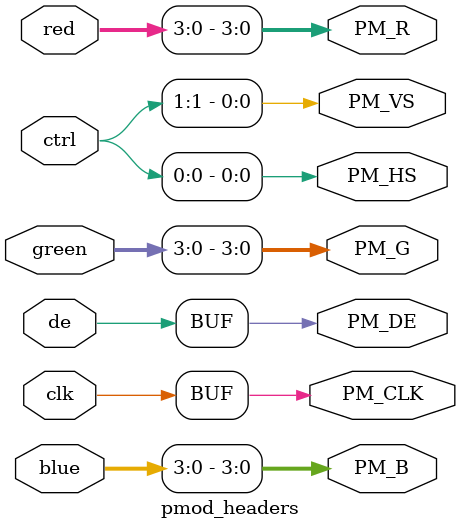
<source format=v>
`timescale 1ns / 1ps
`default_nettype none

module pmod_headers(
    // Inputs
    input wire [7:0] red,
    input wire [7:0] green,
    input wire [7:0] blue,
    input wire [1:0] ctrl,
    input wire clk,
    input wire de,

    // PMOD header
    // how to make 24b?
    output wire [3:0] PM_R,
    output wire [3:0] PM_G,
    output wire [3:0] PM_B,
    output wire PM_CLK,
    output wire PM_HS,
    output wire PM_VS,
    output wire PM_DE
    );

    assign PM_R = red[3:0];
    assign PM_B = blue[3:0];
    assign PM_G = green[3:0];
    assign PM_CLK = clk;
    assign PM_HS = ctrl[0];
    assign PM_VS = ctrl[1];
    assign PM_DE = de;
endmodule

// module display_demo_dvi_pmod3(
//     input  wire CLK,                // board clock: 100 MHz on Arty/Basys3/Nexys
//     input  wire RST_BTN,            // reset button
//     output wire DVI_HS,             // horizontal sync output
//     output wire DVI_VS,             // vertical sync output
//     output wire DVI_CLK,            // DVI pixel clock
//     output wire DVI_DE,             // DVI display enable
//     output wire DVI_R[0],              // 1-bit DVI red output
//     output wire DVI_G,              // 1-bit DVI green output
//     output wire DVI_B               // 1-bit DVI blue output
//     );

//     // Display Clocks
//     wire pix_clk;                   // pixel clock
//     wire clk_lock;                  // clock locked?

//     display_clocks #(               // 640x480  800x600 1280x720 1920x1080
//         .MULT_MASTER(31.5),         //    31.5     10.0   37.125    37.125
//         .DIV_MASTER(5),             //       5        1        5         5
//         .DIV_5X(5.0),               //     5.0      5.0      2.0       1.0
//         .DIV_1X(25),                //      25       25       10         5
//         .IN_PERIOD(10.0)            // 100 MHz = 10 ns
//     )
//     display_clocks_inst
//     (
//        .i_clk(CLK),
//        .i_rst(~RST_BTN),            // reset is active low on Arty & Nexys Video
//        .o_clk_1x(pix_clk),
//        .o_clk_5x(),                 // 5x clock not needed for DVI Pmod
//        .o_locked(clk_lock)
//     );

//     // Display Timings
//     wire signed [15:0] sx;          // horizontal screen position (signed)
//     wire signed [15:0] sy;          // vertical screen position (signed)
//     wire h_sync;                    // horizontal sync
//     wire v_sync;                    // vertical sync
//     wire de;                        // display enable
//     wire frame;                     // frame start

//     display_timings #(              // 640x480  800x600 1280x720 1920x1080
//         .H_RES(640),                //     640      800     1280      1920
//         .V_RES(480),                //     480      600      720      1080
//         .H_FP(16),                  //      16       40      110        88
//         .H_SYNC(96),                //      96      128       40        44
//         .H_BP(48),                  //      48       88      220       148
//         .V_FP(10),                  //      10        1        5         4
//         .V_SYNC(2),                 //       2        4        5         5
//         .V_BP(33),                  //      33       23       20        36
//         .H_POL(0),                  //       0        1        1         1
//         .V_POL(0)                   //       0        1        1         1
//     )
//     display_timings_inst (
//         .i_pix_clk(pix_clk),
//         .i_rst(!clk_lock),
//         .o_hs(h_sync),
//         .o_vs(v_sync),
//         .o_de(de),
//         .o_frame(frame),
//         .o_sx(sx),
//         .o_sy(sy)
//     );

//     // test card colour output
//     wire [7:0] red;
//     wire [7:0] green;
//     wire [7:0] blue;

//     // Test Card: Simple - ENABLE ONE TEST CARD INSTANCE ONLY
//     test_card_simple #(
//         .H_RES(640)    // horizontal resolution
//     ) test_card_inst (
//         .i_x(sx),
//         .o_red(red),
//         .o_green(green),
//         .o_blue(blue)
//     );

//     // // Test Card: Squares - ENABLE ONE TEST CARD INSTANCE ONLY
//     // test_card_squares #(
//     //     .H_RES(640),    // horizontal resolution
//     //     .V_RES(480)     // vertical resolution
//     // )
//     // test_card_inst (
//     //     .i_x(sx),
//     //     .i_y(sy),
//     //     .o_red(red),
//     //     .o_green(green),
//     //     .o_blue(blue)
//     // );

//     // // Test Card: Gradient - ENABLE ONE TEST CARD INSTANCE ONLY
//     // localparam GRAD_STEP = 2;  // step right shift: 480=2, 720=2, 1080=3
//     // test_card_gradient test_card_inst (
//     //     .i_x(sx[5:0]),
//     //     .i_y(sy[GRAD_STEP+7:GRAD_STEP]),
//     //     .o_red(red),
//     //     .o_green(green),
//     //     .o_blue(blue)
//     // );

//     // 3-bit DVI Output
//     // Only 1 bit per colours, so we take the MSB of each colour
//     assign DVI_HS   = h_sync;
//     assign DVI_VS   = v_sync;
//     assign DVI_CLK  = pix_clk;
//     assign DVI_DE   = de;
//     assign DVI_R    = de ? red[7] : 1'b0;
//     assign DVI_G    = de ? green[7] : 1'b0;
//     assign DVI_B    = de ? blue[7] : 1'b0;
// endmodule
</source>
